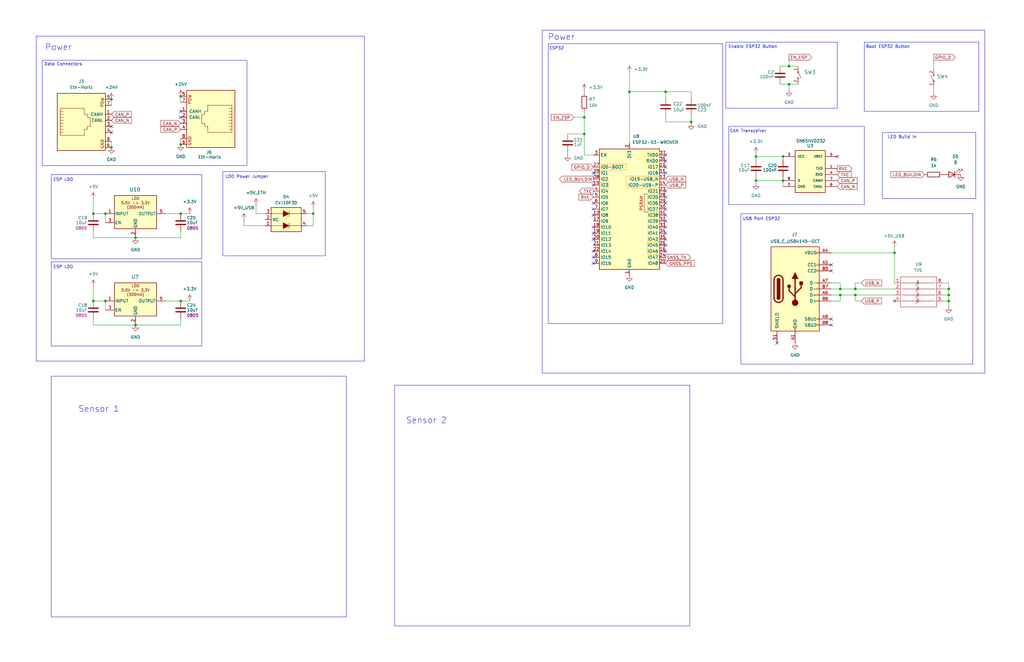
<source format=kicad_sch>
(kicad_sch (version 20250114) (generator "eeschema") (generator_version "9.0")
  (paper "User" 431.8 279.4)
  (title_block (title "${PROJECTNAME}") (date "2025-02-08") (rev "${REVISION}") (company "${GROUP_NAME}") (comment 1 "${AUTHOR}"))
  (lib_symbols
    (symbol "RoverLibrary:C-100nF" (pin_numbers (hide yes)) (pin_names (offset 0.254))
      (property "Reference" "C" (at -2.54 1.27 0))
      (property "Value" "100nF" (at -2.54 -0.635 0))
      (symbol "C-100nF_1_1"
        (pin passive line (at 0 3.81 270) (length 2.794) (name "~") (number "1"))
        (pin passive line (at 0 -3.81 90) (length 2.794) (name "~") (number "2"))
      )
    )
    (symbol "RoverLibrary:C-1uF" (pin_numbers (hide yes)) (pin_names (offset 0.254))
      (property "Reference" "C" (at -2.54 1.27 0))
      (property "Value" "1uF" (at -2.54 -0.635 0))
      (symbol "C-1uF_1_1"
        (pin passive line (at 0 3.81 270) (length 2.794) (name "~") (number "1"))
        (pin passive line (at 0 -3.81 90) (length 2.794) (name "~") (number "2"))
      )
    )
    (symbol "RoverLibrary:C-22uF" (pin_numbers (hide yes)) (pin_names (offset 0.254))
      (property "Reference" "C" (at 0.635 2.54 0))
      (property "Value" "22uF" (at 0.635 -2.54 0))
      (symbol "C-22uF_1_1"
        (pin passive line (at 0 3.81 270) (length 2.794) (name "~") (number "1"))
        (pin passive line (at 0 -3.81 90) (length 2.794) (name "~") (number "2"))
      )
    )
    (symbol "RoverLibrary:CAN-Transceiver-SN65HVD232" (pin_names (offset 1.016))
      (property "Reference" "U" (at 0 7.62 0))
      (property "Value" "SN65HVD232" (at 0 8.89 0))
      (property "STATUS" "APPROVED" (at -0.254 11.43 0))
      (symbol "CAN-Transceiver-SN65HVD232_0_0"
        (pin power_in line (at -11.43 3.81 0) (length 5.08) (name "VCC") (number "3"))
        (pin input line (at -11.43 -6.35 0) (length 5.08) (name "S") (number "8"))
        (pin power_in line (at -11.43 -8.89 0) (length 5.08) (name "GND") (number "2"))
        (pin output line (at 11.43 3.81 180) (length 5.08) (name "VREF") (number "5"))
        (pin input line (at 11.43 -1.27 180) (length 5.08) (name "TXD") (number "1"))
        (pin output line (at 11.43 -3.81 180) (length 5.08) (name "RXD") (number "4"))
        (pin bidirectional line (at 11.43 -6.35 180) (length 5.08) (name "CANH") (number "7"))
        (pin bidirectional line (at 11.43 -8.89 180) (length 5.08) (name "CANL") (number "6"))
      )
    )
    (symbol "RoverLibrary:C_0805" (pin_numbers (hide yes)) (pin_names (offset 0.254))
      (property "Reference" "C" (at 2.54 2.032 0))
      (property "Value" "~" (at 2.54 0 0))
      (property "Package" "0805" (at 2.54 -2.286 0))
      (symbol "C_0805_1_1"
        (pin passive line (at 0 3.81 270) (length 2.794) (name "~") (number "1"))
        (pin passive line (at 0 -3.81 90) (length 2.794) (name "~") (number "2"))
      )
    )
    (symbol "RoverLibrary:DC_DC-AP64501"
      (property "Reference" "U" (at 0 -0.762 0))
      (property "Value" "DC_DC-AP64501" (at 0 -2.794 0))
      (property "STATUS" "APPROVED" (at 0 1.016 0))
      (symbol "DC_DC-AP64501_1_1"
        (pin power_in line (at -11.43 -6.35 0) (length 2.54) (name "V_{in}") (number "2"))
        (pin input line (at -11.43 -8.89 0) (length 2.54) (name "EN") (number "3"))
        (pin passive line (at -11.43 -13.97 0) (length 2.54) (name "SS") (number "4"))
        (pin passive line (at 11.43 -6.35 180) (length 2.54) (name "BST") (number "1"))
        (pin power_out line (at 11.43 -13.97 180) (length 2.54) (name "SW") (number "8"))
        (pin input line (at 11.43 -21.59 180) (length 2.54) (name "FB") (number "5"))
        (pin passive line (at 11.43 -24.13 180) (length 2.54) (name "COMB") (number "6"))
        (pin power_in line (at 11.43 -27.94 180) (length 2.54) (name "GND") (number "7"))
        (pin power_in line (at 11.43 -30.48 180) (length 2.54) (name "PAD") (number "9"))
      )
    )
    (symbol "RoverLibrary:Diode_Schottchy_CVJ10F30"
      (property "Reference" "D" (at 0 2.032 0))
      (property "Value" "CVJ10F30" (at 0 0 0))
      (property "Status" "TO BE VERIFIED" (at 0 4.064 0))
      (symbol "Diode_Schottchy_CVJ10F30_1_1"
        (pin passive line (at -8.89 -3.81 0) (length 2.54) (name "") (number "3"))
        (pin passive line (at -8.89 -6.35 0) (length 2.54) (name "NC") (number "2"))
        (pin passive line (at -8.89 -8.89 0) (length 2.54) (name "") (number "1"))
        (pin passive line (at 8.89 -3.81 180) (length 2.54) (name "") (number "5"))
        (pin passive line (at 8.89 -8.89 180) (length 2.54) (name "") (number "4"))
      )
    )
    (symbol "RoverLibrary:ESP32-S3-WROVER"
      (property "Reference" "U" (at -12.7 26.67 0))
      (property "Value" "ESP32-S3-WROVER" (at 12.7 26.67 0))
      (property "STATUS" "TO BE VERIFIED" (at -12.446 28.956 0))
      (symbol "ESP32-S3-WROVER_0_0"
        (text "PSRAM" (at 5.08 2.54 900) (effects (font (size 1.27 1.27))))
      )
      (symbol "ESP32-S3-WROVER_1_1"
        (pin input line (at -15.24 22.86 0) (length 2.54) (name "EN") (number "3"))
        (pin bidirectional line (at -15.24 17.78 0) (length 2.54) (name "IO0-BOOT") (number "27"))
        (pin bidirectional line (at -15.24 15.24 0) (length 2.54) (name "IO1") (number "39"))
        (pin bidirectional line (at -15.24 12.7 0) (length 2.54) (name "IO2") (number "38"))
        (pin bidirectional line (at -15.24 10.16 0) (length 2.54) (name "IO3") (number "15"))
        (pin bidirectional line (at -15.24 7.62 0) (length 2.54) (name "IO4") (number "4"))
        (pin bidirectional line (at -15.24 5.08 0) (length 2.54) (name "IO5") (number "5"))
        (pin bidirectional line (at -15.24 2.54 0) (length 2.54) (name "IO6") (number "6"))
        (pin bidirectional line (at -15.24 0 0) (length 2.54) (name "IO7") (number "7"))
        (pin bidirectional line (at -15.24 -2.54 0) (length 2.54) (name "IO8") (number "12"))
        (pin bidirectional line (at -15.24 -5.08 0) (length 2.54) (name "IO9") (number "17"))
        (pin bidirectional line (at -15.24 -7.62 0) (length 2.54) (name "IO10") (number "18"))
        (pin bidirectional line (at -15.24 -10.16 0) (length 2.54) (name "IO11") (number "19"))
        (pin bidirectional line (at -15.24 -12.7 0) (length 2.54) (name "IO12") (number "20"))
        (pin bidirectional line (at -15.24 -15.24 0) (length 2.54) (name "IO13") (number "21"))
        (pin bidirectional line (at -15.24 -17.78 0) (length 2.54) (name "IO14") (number "22"))
        (pin bidirectional line (at -15.24 -20.32 0) (length 2.54) (name "IO15") (number "8"))
        (pin bidirectional line (at -15.24 -22.86 0) (length 2.54) (name "IO16") (number "9"))
        (pin power_in line (at 0 27.94 270) (length 2.54) (name "3V3") (number "2"))
        (pin power_in line (at 0 -27.94 90) (length 2.54) (name "GND") (number "1"))
        (pin passive line (at 0 -27.94 90) (length 2.54) (hide yes) (name "GND") (number "40"))
        (pin passive line (at 0 -27.94 90) (length 2.54) (hide yes) (name "GND") (number "41"))
        (pin bidirectional line (at 15.24 22.86 180) (length 2.54) (name "TXD0") (number "37"))
        (pin bidirectional line (at 15.24 20.32 180) (length 2.54) (name "RXD0") (number "36"))
        (pin bidirectional line (at 15.24 17.78 180) (length 2.54) (name "IO17") (number "10"))
        (pin bidirectional line (at 15.24 15.24 180) (length 2.54) (name "IO18") (number "11"))
        (pin bidirectional line (at 15.24 12.7 180) (length 2.54) (name "IO19-USB_N") (number "13"))
        (pin bidirectional line (at 15.24 10.16 180) (length 2.54) (name "IO20-USB-P") (number "14"))
        (pin bidirectional line (at 15.24 7.62 180) (length 2.54) (name "IO21") (number "23"))
        (pin bidirectional line (at 15.24 5.08 180) (length 2.54) (name "IO35") (number "28"))
        (pin bidirectional line (at 15.24 2.54 180) (length 2.54) (name "IO36") (number "29"))
        (pin bidirectional line (at 15.24 0 180) (length 2.54) (name "IO37") (number "30"))
        (pin bidirectional line (at 15.24 -2.54 180) (length 2.54) (name "IO38") (number "31"))
        (pin bidirectional line (at 15.24 -5.08 180) (length 2.54) (name "IO39") (number "32"))
        (pin bidirectional line (at 15.24 -7.62 180) (length 2.54) (name "IO40") (number "33"))
        (pin bidirectional line (at 15.24 -10.16 180) (length 2.54) (name "IO41") (number "34"))
        (pin bidirectional line (at 15.24 -12.7 180) (length 2.54) (name "IO42") (number "35"))
        (pin bidirectional line (at 15.24 -15.24 180) (length 2.54) (name "IO45") (number "26"))
        (pin bidirectional line (at 15.24 -17.78 180) (length 2.54) (name "IO46") (number "16"))
        (pin bidirectional line (at 15.24 -20.32 180) (length 2.54) (name "IO47") (number "24"))
        (pin bidirectional line (at 15.24 -22.86 180) (length 2.54) (name "IO48") (number "25"))
      )
    )
    (symbol "RoverLibrary:Eth-Horiz-54601-908WPLF" (pin_names (offset 1.016))
      (property "Reference" "J" (at -5.08 13.97 0))
      (property "Value" "Eth-Horiz" (at 2.54 13.97 0))
      (property "STATUS" "APPROVED" (at -4.826 16.002 0))
      (symbol "Eth-Horiz-54601-908WPLF_1_1"
        (text "POW" (at 6.35 8.89 900) (effects (font (size 1.27 1.27))))
        (text "GND" (at 6.35 -8.636 900) (effects (font (size 1.27 1.27))))
        (pin passive line (at 10.16 10.16 180) (length 2.54) (name "~") (number "5"))
        (pin passive line (at 10.16 7.62 180) (length 2.54) (name "~") (number "7"))
        (pin passive line (at 10.16 3.81 180) (length 2.54) (name "CANH") (number "1"))
        (pin passive line (at 10.16 1.27 180) (length 2.54) (name "CANL") (number "2"))
        (pin passive line (at 10.16 -1.27 180) (length 2.54) (name "~") (number "3"))
        (pin passive line (at 10.16 -3.81 180) (length 2.54) (name "~") (number "4"))
        (pin passive line (at 10.16 -7.62 180) (length 2.54) (name "~") (number "8"))
        (pin passive line (at 10.16 -10.16 180) (length 2.54) (name "~") (number "6"))
      )
    )
    (symbol "RoverLibrary:LDO-TLV74033PDBVR" (pin_names (offset 0.254))
      (property "Reference" "U" (at 0 1.27 0))
      (property "STATUS" "TO BE APPROVED" (at 0 3.048 0))
      (symbol "LDO-TLV74033PDBVR_1_1"
        (text "LDO\n5.5V -> 3.3V\n(300mA)" (at 0 -3.048 0) (effects (font (size 1.143 1.143))))
        (pin power_in line (at -12.7 -7.62 0) (length 3.81) (name "INPUT") (number "1"))
        (pin input line (at -12.7 -11.43 0) (length 3.81) (name "EN") (number "3"))
        (pin power_in line (at 0 -17.78 90) (length 3.81) (name "GND") (number "2"))
        (pin power_out line (at 12.7 -7.62 180) (length 3.81) (name "OUTPUT") (number "5"))
        (pin no_connect line (at 12.7 -11.43 180) (length 3.81) (hide yes) (name "NC") (number "4"))
      )
    )
    (symbol "RoverLibrary:LED" (pin_numbers (hide yes)) (pin_names (offset 1.016) (hide yes))
      (property "Reference" "D" (at 0 2.54 0))
      (property "Value" "LED" (at 0 -2.54 0))
      (symbol "LED_1_1"
        (pin passive line (at -3.81 0 0) (length 2.54) (name "K") (number "1"))
        (pin passive line (at 3.81 0 180) (length 2.54) (name "A") (number "2"))
      )
    )
    (symbol "RoverLibrary:L_3.6u_ASPI-6045S-3R6N-T" (pin_numbers (hide yes)) (pin_names (offset 1.016) (hide yes))
      (property "Reference" "L" (at -1.27 0 90))
      (property "Value" "~" (at 1.905 0 90))
      (property "STATUS" "TO BE VERIFIED" (at -3.81 0 90))
      (property "Digikey" "https://www.digikey.ca/en/products/detail/abracon-llc/ASPI-6045S-3R6N-T/2343383" (at 0 0 0))
      (symbol "L_3.6u_ASPI-6045S-3R6N-T_1_1"
        (pin passive line (at 0 3.81 270) (length 1.27) (name "1") (number "1"))
        (pin passive line (at 0 -3.81 90) (length 1.27) (name "2") (number "2"))
      )
    )
    (symbol "RoverLibrary:PushButton-TS09-63-25-WT-160-SMT-TR" (pin_names (offset 0.254))
      (property "Reference" "SW" (at 0 3.81 0))
      (property "STATUS" "APPROVED" (at 0 0 0))
      (symbol "PushButton-TS09-63-25-WT-160-SMT-TR_1_1"
        (pin bidirectional line (at -3.81 0 0) (length 2.54) (name "") (number "1"))
        (pin bidirectional line (at 3.81 0 180) (length 2.54) (name "") (number "2"))
      )
    )
    (symbol "RoverLibrary:R-10k" (pin_numbers (hide yes)) (pin_names (offset 0))
      (property "Reference" "R" (at 2.032 0 90))
      (property "Value" "10k" (at 0 0 90))
      (symbol "R-10k_1_1"
        (pin passive line (at 0 3.81 270) (length 1.27) (name "~") (number "1"))
        (pin passive line (at 0 -3.81 90) (length 1.27) (name "~") (number "2"))
      )
    )
    (symbol "RoverLibrary:R-1k" (pin_numbers (hide yes)) (pin_names (offset 0))
      (property "Reference" "R" (at 2.032 0 90))
      (property "Value" "1k" (at 0 0 90))
      (symbol "R-1k_1_1"
        (pin passive line (at 0 3.81 270) (length 1.27) (name "~") (number "1"))
        (pin passive line (at 0 -3.81 90) (length 1.27) (name "~") (number "2"))
      )
    )
    (symbol "RoverLibrary:R_0805" (pin_numbers (hide yes)) (pin_names (offset 0))
      (property "Reference" "R" (at 2.032 0 90))
      (property "Value" "k" (at 0 0 90))
      (property "Package" "0805" (at -2.286 0 90))
      (symbol "R_0805_1_1"
        (pin passive line (at 0 3.81 270) (length 1.27) (name "~") (number "1"))
        (pin passive line (at 0 -3.81 90) (length 1.27) (name "~") (number "2"))
      )
    )
    (symbol "RoverLibrary:TVS-SMDB03CE3/TR7TR-ND"
      (property "Reference" "U" (at 0 1.27 0))
      (property "Value" "TVS" (at 0 0 0))
      (property "STATYS" "APPROVED" (at 0 2.794 0))
      (symbol "TVS-SMDB03CE3/TR7TR-ND_1_1"
        (pin passive line (at -10.16 -3.81 0) (length 2.54) (name "") (number "1"))
        (pin passive line (at -10.16 -6.35 0) (length 2.54) (name "") (number "2"))
        (pin passive line (at -10.16 -8.89 0) (length 2.54) (name "") (number "3"))
        (pin passive line (at -10.16 -11.43 0) (length 2.54) (name "") (number "4"))
        (pin passive line (at 10.16 -3.81 180) (length 2.54) (name "") (number "8"))
        (pin passive line (at 10.16 -6.35 180) (length 2.54) (name "") (number "7"))
        (pin passive line (at 10.16 -8.89 180) (length 2.54) (name "") (number "6"))
        (pin passive line (at 10.16 -11.43 180) (length 2.54) (name "") (number "5"))
      )
    )
    (symbol "RoverLibrary:USB_C_USB4145-03-C" (pin_names (offset 1.016))
      (property "Reference" "J" (at 0 22.225 0))
      (property "Value" "USB_C_USB4145-GCT" (at 0 19.685 0))
      (property "STATUS" "TO BE APPROVED" (at 0 24.13 0))
      (symbol "USB_C_USB4145-03-C_1_1"
        (pin power_in line (at -7.62 -22.86 90) (length 5.08) (name "SHIELD") (number "S1"))
        (pin power_out line (at 0 -22.86 90) (length 5.08) (name "GND") (number "A1"))
        (pin power_in line (at 0 -22.86 90) (length 5.08) (hide yes) (name "GND") (number "A12"))
        (pin power_in line (at 0 -22.86 90) (length 5.08) (hide yes) (name "GND") (number "B1"))
        (pin power_in line (at 0 -22.86 90) (length 5.08) (hide yes) (name "GND") (number "B12"))
        (pin power_out line (at 15.24 15.24 180) (length 5.08) (name "VBUS") (number "A4"))
        (pin power_in line (at 15.24 15.24 180) (length 5.08) (hide yes) (name "VBUS") (number "A9"))
        (pin power_in line (at 15.24 15.24 180) (length 5.08) (hide yes) (name "VBUS") (number "B4"))
        (pin power_in line (at 15.24 15.24 180) (length 5.08) (hide yes) (name "VBUS") (number "B9"))
        (pin bidirectional line (at 15.24 10.16 180) (length 5.08) (name "CC1") (number "A5"))
        (pin bidirectional line (at 15.24 7.62 180) (length 5.08) (name "CC2") (number "B5"))
        (pin bidirectional line (at 15.24 2.54 180) (length 5.08) (name "D-") (number "A7"))
        (pin bidirectional line (at 15.24 0 180) (length 5.08) (name "D-") (number "B7"))
        (pin bidirectional line (at 15.24 -2.54 180) (length 5.08) (name "D+") (number "A6"))
        (pin bidirectional line (at 15.24 -5.08 180) (length 5.08) (name "D+") (number "B6"))
        (pin bidirectional line (at 15.24 -12.7 180) (length 5.08) (name "SBU1") (number "A8"))
        (pin bidirectional line (at 15.24 -15.24 180) (length 5.08) (name "SBU2") (number "B8"))
      )
    )
    (symbol "power:+24V" (power) (pin_numbers (hide yes)) (pin_names (offset 0) (hide yes))
      (property "Value" "+24V" (at 0 3.556 0))
      (symbol "+24V_1_1"
        (pin power_in line (at 0 0 90) (length 0) (name "~") (number "1"))
      )
    )
    (symbol "power:+3.3V" (power) (pin_numbers (hide yes)) (pin_names (offset 0) (hide yes))
      (property "Value" "+3.3V" (at 0 3.556 0))
      (symbol "+3.3V_1_1"
        (pin power_in line (at 0 0 90) (length 0) (name "~") (number "1"))
      )
    )
    (symbol "power:+5V" (power) (pin_numbers (hide yes)) (pin_names (offset 0) (hide yes))
      (property "Value" "+5V" (at 0 3.556 0))
      (symbol "+5V_1_1"
        (pin power_in line (at 0 0 90) (length 0) (name "~") (number "1"))
      )
    )
    (symbol "power:GND" (power) (pin_numbers (hide yes)) (pin_names (offset 0) (hide yes))
      (property "Value" "GND" (at 0 -3.81 0))
      (symbol "GND_1_1"
        (pin power_in line (at 0 0 270) (length 0) (name "~") (number "1"))
      )
    )
  )
  (rectangle (start 332.74 35.56) (end 332.74 35.56))
  (rectangle (start 21.59 110.49) (end 85.09 146.05))
  (rectangle (start 21.59 158.75) (end 146.05 260.35))
  (rectangle (start 306.07 17.78) (end 353.06 45.72))
  (rectangle (start 21.59 73.66) (end 85.09 109.22))
  (bezier (pts (xy -17.78 96.52) (xy -87.63 130.81) (xy -80.01 139.7) (xy -127 152.4)))
  (rectangle (start 228.6 12.7) (end 415.29 157.48))
  (rectangle (start 231.14 18.415) (end 304.8 136.525))
  (rectangle (start 166.37 162.56) (end 290.83 264.16))
  (rectangle (start 93.98 72.39) (end 137.16 107.95))
  (rectangle (start -124.46 96.52) (end -17.78 151.13))
  (rectangle (start 364.49 17.78) (end 412.75 46.99))
  (rectangle (start 17.78 25.4) (end 104.14 69.85))
  (rectangle (start 372.11 55.88) (end 411.48 83.82))
  (bezier (pts (xy -16.51 149.86) (xy -121.92 99.06) (xy -99.06 109.22) (xy -124.46 97.79)))
  (rectangle (start 307.34 53.34) (end 364.49 86.36))
  (rectangle (start 312.42 90.17) (end 410.21 153.67))
  (rectangle (start 15.24 15.24) (end 153.67 152.4))
  (text "Power" (at 24.638 20.066 0) (effects (font (size 2.54 2.54))))
  (text "LED Build In" (at 380.492 57.912 0) (effects (font (size 1.27 1.27))))
  (text "LDO Power Jumper" (at 104.14 74.676 0) (effects (font (size 1.27 1.27))))
  (text "Sensor 1" (at 41.656 172.72 0) (effects (font (size 2.54 2.54))))
  (text "Data Connectors" (at 26.67 27.178 0) (effects (font (size 1.27 1.27))))
  (text "Boot ESP32 Button" (at 374.396 19.812 0) (effects (font (size 1.27 1.27))))
  (text "USB Port ESP32" (at 321.056 92.456 0) (effects (font (size 1.27 1.27))))
  (text "->3x22uF\n" (at -23.368 123.952 0) (effects (font (size 1.27 1.27))))
  (text "Enable ESP32 Button" (at 317.5 19.812 0) (effects (font (size 1.27 1.27))))
  (text "CAN Transceiver" (at 315.468 55.372 0) (effects (font (size 1.27 1.27))))
  (text "ESP LDO" (at 26.67 112.776 0) (effects (font (size 1.27 1.27))))
  (text "BUCK SI LDO PAS ASSEZ PUISSANT" (at -104.902 99.06 0) (effects (font (size 1.27 1.27))))
  (text "ESP LDO" (at 26.67 75.946 0) (effects (font (size 1.27 1.27))))
  (text "Power" (at 236.728 15.748 0) (effects (font (size 2.54 2.54))))
  (text "Sensor 2" (at 179.832 177.546 0) (effects (font (size 2.54 2.54))))
  (text "ESP32" (at 234.696 20.447 0) (effects (font (size 1.27 1.27))))
  (junction (at 76.2 127))
  (junction (at -35.56 129.54))
  (junction (at 44.45 127))
  (junction (at 246.38 56.515))
  (junction (at 400.05 124.46))
  (junction (at -43.18 118.11))
  (junction (at 332.74 35.56))
  (junction (at -68.58 118.11))
  (junction (at 332.74 27.94))
  (junction (at 330.2 76.2))
  (junction (at 39.37 127))
  (junction (at -97.79 110.49))
  (junction (at 377.19 106.68))
  (junction (at 360.68 121.92))
  (junction (at 280.67 38.735))
  (junction (at 291.465 51.435))
  (junction (at 400.05 127))
  (junction (at 76.2 60.96))
  (junction (at -35.56 121.92))
  (junction (at 46.99 41.91))
  (junction (at 318.77 66.04))
  (junction (at 57.15 137.16))
  (junction (at 76.2 40.64))
  (junction (at -43.18 125.73))
  (junction (at -35.56 118.11))
  (junction (at 246.38 49.53))
  (junction (at 318.77 76.2))
  (junction (at 265.43 38.735))
  (junction (at 354.33 121.92))
  (junction (at 354.33 124.46))
  (junction (at 400.05 121.92))
  (junction (at 46.99 62.23))
  (junction (at 39.37 90.17))
  (junction (at 57.15 100.33))
  (junction (at -115.57 110.49))
  (junction (at 44.45 90.17))
  (junction (at -71.12 134.62))
  (junction (at 330.2 66.04))
  (junction (at 360.68 124.46))
  (junction (at 76.2 90.17))
  (junction (at 132.08 90.17))
  (no_connect (at 250.19 108.585))
  (no_connect (at 377.19 127))
  (no_connect (at 250.19 90.805))
  (no_connect (at 280.67 93.345))
  (no_connect (at 280.67 90.805))
  (no_connect (at 280.67 95.885))
  (no_connect (at 280.67 67.945))
  (no_connect (at 250.19 88.265))
  (no_connect (at 250.19 98.425))
  (no_connect (at 350.52 114.3))
  (no_connect (at 350.52 134.62))
  (no_connect (at 350.52 111.76))
  (no_connect (at 250.19 100.965))
  (no_connect (at 280.67 70.485))
  (no_connect (at 280.67 88.265))
  (no_connect (at 280.67 65.405))
  (no_connect (at 76.2 49.53))
  (no_connect (at 280.67 103.505))
  (no_connect (at 46.99 55.88))
  (no_connect (at 250.19 85.725))
  (no_connect (at 76.2 46.99))
  (no_connect (at 280.67 98.425))
  (no_connect (at 250.19 111.125))
  (no_connect (at 250.19 106.045))
  (no_connect (at 280.67 80.645))
  (no_connect (at 46.99 53.34))
  (no_connect (at 327.66 144.78))
  (no_connect (at 280.67 83.185))
  (no_connect (at 250.19 73.025))
  (no_connect (at 350.52 137.16))
  (no_connect (at 280.67 106.045))
  (no_connect (at 280.67 100.965))
  (no_connect (at 353.06 66.04))
  (no_connect (at 250.19 95.885))
  (no_connect (at 250.19 78.105))
  (no_connect (at 280.67 85.725))
  (no_connect (at 280.67 73.025))
  (wire (pts (xy 350.52 106.68) (xy 377.19 106.68)))
  (wire (pts (xy 360.68 127) (xy 363.22 127)))
  (wire (pts (xy 360.68 124.46) (xy 360.68 127)))
  (wire (pts (xy 107.95 86.36) (xy 107.95 90.17)))
  (wire (pts (xy 400.05 124.46) (xy 400.05 127)))
  (wire (pts (xy 76.2 58.42) (xy 76.2 60.96)))
  (wire (pts (xy 397.51 124.46) (xy 400.05 124.46)))
  (wire (pts (xy -71.12 132.08) (xy -71.12 134.62)))
  (wire (pts (xy 129.54 90.17) (xy 132.08 90.17)))
  (wire (pts (xy 76.2 134.62) (xy 76.2 137.16)))
  (wire (pts (xy -72.39 134.62) (xy -71.12 134.62)))
  (wire (pts (xy 241.935 49.53) (xy 246.38 49.53)))
  (wire (pts (xy 76.2 90.17) (xy 80.01 90.17)))
  (wire (pts (xy 393.7 24.13) (xy 393.7 29.21)))
  (wire (pts (xy -115.57 129.54) (xy -115.57 130.81)))
  (wire (pts (xy 350.52 124.46) (xy 354.33 124.46)))
  (wire (pts (xy 330.2 74.93) (xy 330.2 76.2)))
  (wire (pts (xy 39.37 83.82) (xy 39.37 90.17)))
  (wire (pts (xy 39.37 120.65) (xy 39.37 127)))
  (wire (pts (xy 397.51 121.92) (xy 400.05 121.92)))
  (wire (pts (xy -68.58 118.11) (xy -58.42 118.11)))
  (wire (pts (xy 246.38 56.515) (xy 246.38 65.405)))
  (wire (pts (xy 332.74 27.94) (xy 336.55 27.94)))
  (wire (pts (xy 265.43 38.735) (xy 265.43 60.325)))
  (wire (pts (xy 377.19 104.14) (xy 377.19 106.68)))
  (wire (pts (xy 39.37 134.62) (xy 39.37 137.16)))
  (wire (pts (xy -35.56 118.11) (xy -31.75 118.11)))
  (wire (pts (xy 102.87 95.25) (xy 111.76 95.25)))
  (wire (pts (xy 69.85 127) (xy 76.2 127)))
  (wire (pts (xy 354.33 124.46) (xy 360.68 124.46)))
  (wire (pts (xy 280.67 41.275) (xy 280.67 38.735)))
  (wire (pts (xy 330.2 76.2) (xy 318.77 76.2)))
  (wire (pts (xy 46.99 41.91) (xy 46.99 44.45)))
  (wire (pts (xy 328.93 27.94) (xy 332.74 27.94)))
  (wire (pts (xy 132.08 90.17) (xy 132.08 95.25)))
  (wire (pts (xy 76.2 40.64) (xy 76.2 43.18)))
  (wire (pts (xy 291.465 52.07) (xy 291.465 51.435)))
  (wire (pts (xy 360.68 119.38) (xy 363.22 119.38)))
  (wire (pts (xy -43.18 125.73) (xy -43.18 128.27)))
  (wire (pts (xy 397.51 127) (xy 400.05 127)))
  (wire (pts (xy 280.67 38.735) (xy 291.465 38.735)))
  (wire (pts (xy -72.39 118.11) (xy -68.58 118.11)))
  (wire (pts (xy -115.57 110.49) (xy -115.57 121.92)))
  (wire (pts (xy -72.39 128.27) (xy -62.23 128.27)))
  (wire (pts (xy 354.33 124.46) (xy 354.33 127)))
  (wire (pts (xy -43.18 118.11) (xy -35.56 118.11)))
  (wire (pts (xy -43.18 135.89) (xy -43.18 137.16)))
  (wire (pts (xy 332.74 35.56) (xy 336.55 35.56)))
  (wire (pts (xy -115.57 110.49) (xy -97.79 110.49)))
  (wire (pts (xy -71.12 134.62) (xy -71.12 135.89)))
  (wire (pts (xy 291.465 51.435) (xy 291.465 48.895)))
  (wire (pts (xy 44.45 90.17) (xy 44.45 93.98)))
  (wire (pts (xy -119.38 107.95) (xy -119.38 110.49)))
  (wire (pts (xy -97.79 110.49) (xy -97.79 113.03)))
  (wire (pts (xy 318.77 64.77) (xy 318.77 66.04)))
  (wire (pts (xy 360.68 124.46) (xy 377.19 124.46)))
  (wire (pts (xy 318.77 76.2) (xy 318.77 77.47)))
  (wire (pts (xy -50.8 118.11) (xy -43.18 118.11)))
  (wire (pts (xy -35.56 118.11) (xy -35.56 121.92)))
  (wire (pts (xy 76.2 97.79) (xy 76.2 100.33)))
  (wire (pts (xy 265.43 38.735) (xy 280.67 38.735)))
  (wire (pts (xy 129.54 95.25) (xy 132.08 95.25)))
  (wire (pts (xy 57.15 100.33) (xy 76.2 100.33)))
  (wire (pts (xy 332.74 24.13) (xy 332.74 27.94)))
  (wire (pts (xy 39.37 90.17) (xy 44.45 90.17)))
  (wire (pts (xy 318.77 74.93) (xy 318.77 76.2)))
  (wire (pts (xy -95.25 113.03) (xy -97.79 113.03)))
  (wire (pts (xy 39.37 137.16) (xy 57.15 137.16)))
  (wire (pts (xy 400.05 121.92) (xy 400.05 124.46)))
  (wire (pts (xy 318.77 66.04) (xy 318.77 67.31)))
  (wire (pts (xy -104.14 129.54) (xy -104.14 130.81)))
  (wire (pts (xy 360.68 121.92) (xy 377.19 121.92)))
  (wire (pts (xy -104.14 118.11) (xy -104.14 121.92)))
  (wire (pts (xy 57.15 137.16) (xy 76.2 137.16)))
  (wire (pts (xy 397.51 119.38) (xy 400.05 119.38)))
  (wire (pts (xy 330.2 66.04) (xy 318.77 66.04)))
  (wire (pts (xy -104.14 118.11) (xy -95.25 118.11)))
  (wire (pts (xy 132.08 87.63) (xy 132.08 90.17)))
  (wire (pts (xy -31.75 114.3) (xy -31.75 118.11)))
  (wire (pts (xy 76.2 127) (xy 80.01 127)))
  (wire (pts (xy 280.67 51.435) (xy 291.465 51.435)))
  (wire (pts (xy 39.37 97.79) (xy 39.37 100.33)))
  (wire (pts (xy 39.37 100.33) (xy 57.15 100.33)))
  (wire (pts (xy -72.39 110.49) (xy -68.58 110.49)))
  (wire (pts (xy -72.39 125.73) (xy -43.18 125.73)))
  (wire (pts (xy 328.93 35.56) (xy 332.74 35.56)))
  (wire (pts (xy 354.33 121.92) (xy 360.68 121.92)))
  (wire (pts (xy 360.68 121.92) (xy 360.68 119.38)))
  (wire (pts (xy 44.45 127) (xy 44.45 130.81)))
  (wire (pts (xy 350.52 121.92) (xy 354.33 121.92)))
  (wire (pts (xy 246.38 38.1) (xy 246.38 39.37)))
  (wire (pts (xy 280.67 48.895) (xy 280.67 51.435)))
  (wire (pts (xy -35.56 129.54) (xy -35.56 137.16)))
  (wire (pts (xy 291.465 38.735) (xy 291.465 41.275)))
  (wire (pts (xy 246.38 49.53) (xy 246.38 56.515)))
  (wire (pts (xy -97.79 110.49) (xy -95.25 110.49)))
  (wire (pts (xy 400.05 127) (xy 400.05 129.54)))
  (wire (pts (xy 393.7 36.83) (xy 393.7 39.37)))
  (wire (pts (xy 350.52 127) (xy 354.33 127)))
  (wire (pts (xy 330.2 66.04) (xy 330.2 67.31)))
  (wire (pts (xy 69.85 90.17) (xy 76.2 90.17)))
  (wire (pts (xy 39.37 127) (xy 44.45 127)))
  (wire (pts (xy 239.395 64.135) (xy 239.395 65.405)))
  (wire (pts (xy 107.95 90.17) (xy 111.76 90.17)))
  (wire (pts (xy 239.395 56.515) (xy 246.38 56.515)))
  (wire (pts (xy 246.38 65.405) (xy 250.19 65.405)))
  (wire (pts (xy -72.39 132.08) (xy -71.12 132.08)))
  (wire (pts (xy 265.43 30.48) (xy 265.43 38.735)))
  (wire (pts (xy 354.33 119.38) (xy 354.33 121.92)))
  (wire (pts (xy 350.52 119.38) (xy 354.33 119.38)))
  (wire (pts (xy 102.87 92.71) (xy 102.87 95.25)))
  (wire (pts (xy 46.99 59.69) (xy 46.99 62.23)))
  (wire (pts (xy 330.2 76.2) (xy 330.2 78.74)))
  (wire (pts (xy 377.19 106.68) (xy 377.19 119.38)))
  (wire (pts (xy 332.74 35.56) (xy 332.74 38.1)))
  (wire (pts (xy 246.38 49.53) (xy 246.38 46.99)))
  (wire (pts (xy -119.38 110.49) (xy -115.57 110.49)))
  (wire (pts (xy 400.05 119.38) (xy 400.05 121.92)))
  (global_label "CAN_P" (shape input) (at 46.99 48.26 0) (property "Intersheetrefs" "${INTERSHEET_REFS}" (effects (hide yes))))
  (global_label "USB_P" (shape input) (at 280.67 78.105 0) (property "Intersheetrefs" "${INTERSHEET_REFS}" (effects (hide yes))))
  (global_label "USB_P" (shape input) (at 363.22 127 0) (property "Intersheetrefs" "${INTERSHEET_REFS}" (effects (hide yes))))
  (global_label "GNSS_PPS" (shape input) (at 280.67 111.125 0) (property "Intersheetrefs" "${INTERSHEET_REFS}" (effects (hide yes))))
  (global_label "CAN_N" (shape input) (at 353.06 78.74 0) (property "Intersheetrefs" "${INTERSHEET_REFS}" (effects (hide yes))))
  (global_label "CAN_N" (shape input) (at 76.2 52.07 180) (property "Intersheetrefs" "${INTERSHEET_REFS}" (effects (hide yes))))
  (global_label "USB_N" (shape input) (at 280.67 75.565 0) (property "Intersheetrefs" "${INTERSHEET_REFS}" (effects (hide yes))))
  (global_label "TXC" (shape input) (at 353.06 73.66 0) (property "Intersheetrefs" "${INTERSHEET_REFS}" (effects (hide yes))))
  (global_label "LED_BUILDIN" (shape output) (at 250.19 75.565 180) (property "Intersheetrefs" "${INTERSHEET_REFS}" (effects (hide yes))))
  (global_label "LED_BUILDIN" (shape input) (at 389.89 73.66 180) (property "Intersheetrefs" "${INTERSHEET_REFS}" (effects (hide yes))))
  (global_label "CAN_N" (shape input) (at 46.99 50.8 0) (property "Intersheetrefs" "${INTERSHEET_REFS}" (effects (hide yes))))
  (global_label "USB_N" (shape input) (at 363.22 119.38 0) (property "Intersheetrefs" "${INTERSHEET_REFS}" (effects (hide yes))))
  (global_label "GPIO_0" (shape input) (at 250.19 70.485 180) (property "Intersheetrefs" "${INTERSHEET_REFS}" (effects (hide yes))))
  (global_label "RXC" (shape input) (at 250.19 83.185 180) (property "Intersheetrefs" "${INTERSHEET_REFS}" (effects (hide yes))))
  (global_label "EN_ESP" (shape output) (at 332.74 24.13 0) (property "Intersheetrefs" "${INTERSHEET_REFS}" (effects (hide yes))))
  (global_label "GPIO_0" (shape output) (at 393.7 24.13 0) (property "Intersheetrefs" "${INTERSHEET_REFS}" (effects (hide yes))))
  (global_label "EN_ESP" (shape input) (at 241.935 49.53 180) (property "Intersheetrefs" "${INTERSHEET_REFS}" (effects (hide yes))))
  (global_label "TXC" (shape output) (at 250.19 80.645 180) (property "Intersheetrefs" "${INTERSHEET_REFS}" (effects (hide yes))))
  (global_label "CAN_P" (shape input) (at 76.2 54.61 180) (property "Intersheetrefs" "${INTERSHEET_REFS}" (effects (hide yes))))
  (global_label "RXC" (shape output) (at 353.06 71.12 0) (property "Intersheetrefs" "${INTERSHEET_REFS}" (effects (hide yes))))
  (global_label "CAN_P" (shape input) (at 353.06 76.2 0) (property "Intersheetrefs" "${INTERSHEET_REFS}" (effects (hide yes))))
  (global_label "GNSS_TX" (shape output) (at 280.67 108.585 0) (property "Intersheetrefs" "${INTERSHEET_REFS}" (effects (hide yes))))
  (symbol (lib_id "power:GND") (at 332.74 38.1 0) (unit 1)
    (property "Reference" "#PWR050" (effects (hide yes)))
    (property "Value" "GND" (at 332.74 43.18 0))
    (property "Description" "Power symbol creates a global label with name \"GND\" , ground" (effects (hide yes)))
  )
  (symbol (lib_id "power:GND") (at 318.77 77.47 0) (unit 1)
    (property "Reference" "#PWR047" (effects (hide yes)))
    (property "Value" "GND" (at 318.77 82.55 0))
    (property "Description" "Power symbol creates a global label with name \"GND\" , ground" (effects (hide yes)))
  )
  (symbol (lib_id "power:GND") (at 57.15 137.16 0) (unit 1)
    (property "Reference" "#PWR055" (effects (hide yes)))
    (property "Value" "GND" (at 57.15 142.24 0))
    (property "Description" "Power symbol creates a global label with name \"GND\" , ground" (effects (hide yes)))
  )
  (symbol (lib_id "RoverLibrary:LDO-TLV74033PDBVR") (at 57.15 119.38 0) (unit 1)
    (property "Reference" "U7" (at 56.896 116.84 0) (effects (font (size 1.524 1.524))))
    (property "Value" "LDO-TLV74033PDBVR" (effects (hide yes)))
    (property "Footprint" "Package_TO_SOT_SMD:SOT-23-5_HandSoldering" (effects (hide yes)))
    (property "Datasheet" "https://mm.digikey.com/Volume0/opasdata/d220001/medias/docus/5334/TLV740P_DS.pdf" (effects (hide yes)))
    (property "Description" "LDO Fixed output 3.3V. Input range: 3.7V-5.5V. 300mA" (effects (hide yes)))
    (property "STATUS" "TO BE APPROVED" (effects (hide yes)))
    (property "Digikey" "https://www.digikey.ca/en/products/detail/texas-instruments/TLV74033PDBVR/12642183" (effects (hide yes)))
  )
  (symbol (lib_id "power:GND") (at 46.99 62.23 0) (unit 1)
    (property "Reference" "#PWR054" (effects (hide yes)))
    (property "Value" "GND" (at 46.99 67.31 0))
    (property "Description" "Power symbol creates a global label with name \"GND\" , ground" (effects (hide yes)))
  )
  (symbol (lib_id "power:+5V") (at 102.87 92.71 0) (unit 1)
    (property "Reference" "#PWR049" (effects (hide yes)))
    (property "Value" "+5V_USB" (at 102.87 87.63 0))
    (property "Description" "Power symbol creates a global label with name \"+5V\"" (effects (hide yes)))
  )
  (symbol (lib_id "RoverLibrary:C_0805") (at 76.2 93.98 0) (unit 1)
    (property "Reference" "C25" (at 78.74 91.948 0) (effects (justify left)))
    (property "Value" "10uF" (at 78.74 93.98 0) (effects (justify left)))
    (property "Footprint" "Capacitor_SMD:C_0805_2012Metric_Pad1.18x1.45mm_HandSolder" (effects (hide yes)))
    (property "Description" "Unpolarized capacitor" (effects (hide yes)))
    (property "Package" "0805" (at 78.74 96.266 0) (effects (justify left)))
  )
  (symbol (lib_id "RoverLibrary:C_0805") (at 76.2 130.81 0) (unit 1)
    (property "Reference" "C24" (at 78.74 128.778 0) (effects (justify left)))
    (property "Value" "10uF" (at 78.74 130.81 0) (effects (justify left)))
    (property "Footprint" "Capacitor_SMD:C_0805_2012Metric_Pad1.18x1.45mm_HandSolder" (effects (hide yes)))
    (property "Description" "Unpolarized capacitor" (effects (hide yes)))
    (property "Package" "0805" (at 78.74 133.096 0) (effects (justify left)))
  )
  (symbol (lib_id "power:GND") (at -71.12 135.89 0) (unit 1)
    (property "Reference" "#PWR075" (effects (hide yes)))
    (property "Value" "GND" (at -71.12 140.97 0))
    (property "Description" "Power symbol creates a global label with name \"GND\" , ground" (effects (hide yes)))
  )
  (symbol (lib_id "RoverLibrary:CAN-Transceiver-SN65HVD232") (at 341.63 69.85 0) (unit 1)
    (property "Reference" "U3" (at 341.63 62.23 0) (effects (justify bottom)))
    (property "Value" "SN65HVD232" (at 341.884 60.198 0) (effects (justify bottom)))
    (property "Footprint" "Package_SO:SOIC-8_3.9x4.9mm_P1.27mm" (effects (hide yes)))
    (property "Datasheet" "https://www.ti.com/lit/ds/symlink/sn65hvd230.pdf?ts=1730319703644&ref_url=https%253A%252F%252Fwww.ti.com%252Fproduct%252FSN65HVD230" (effects (hide yes)))
    (property "Description" "CAN Transceiver" (effects (hide yes)))
    (property "PARTREV" "4" (effects (hide yes)))
    (property "STANDARD" "IPC 7351B" (effects (hide yes)))
    (property "MAXIMUM_PACKAGE_HEIGHT" "1.75 mm" (effects (hide yes)))
    (property "MANUFACTURER" "NXP USA" (effects (hide yes)))
  )
  (symbol (lib_id "RoverLibrary:R_0805") (at -43.18 121.92 0) (unit 1)
    (property "Reference" "R9" (at -41.148 121.92 90))
    (property "Value" "115k" (at -43.18 121.92 90))
    (property "Footprint" "Resistor_SMD:R_0805_2012Metric_Pad1.20x1.40mm_HandSolder" (effects (hide yes)))
    (property "Description" "Resistor" (effects (hide yes)))
    (property "Package" "0805" (at -45.466 121.92 90))
  )
  (symbol (lib_id "power:+3.3V") (at 265.43 30.48 0) (unit 1)
    (property "Reference" "#PWR063" (effects (hide yes)))
    (property "Value" "+3.3V" (at 267.335 29.2099 0) (effects (justify left)))
    (property "Description" "Power symbol creates a global label with name \"+3.3V\"" (effects (hide yes)))
  )
  (symbol (lib_id "RoverLibrary:C-22uF") (at 280.67 45.085 0) (unit 1)
    (property "Reference" "C22" (at 283.845 43.8149 0) (effects (justify left)))
    (property "Value" "10uF" (at 283.845 46.3549 0) (effects (justify left)))
    (property "Footprint" "Capacitor_SMD:C_0805_2012Metric_Pad1.18x1.45mm_HandSolder" (effects (hide yes)))
    (property "Description" "Unpolarized capacitor" (effects (hide yes)))
  )
  (symbol (lib_id "power:GND") (at -115.57 130.81 0) (unit 1)
    (property "Reference" "#PWR072" (effects (hide yes)))
    (property "Value" "GND" (at -115.57 135.89 0))
    (property "Description" "Power symbol creates a global label with name \"GND\" , ground" (effects (hide yes)))
  )
  (symbol (lib_id "power:+5V") (at 39.37 83.82 0) (unit 1)
    (property "Reference" "#PWR051" (effects (hide yes)))
    (property "Value" "+5V" (at 39.37 78.74 0))
    (property "Description" "Power symbol creates a global label with name \"+5V\"" (effects (hide yes)))
  )
  (symbol (lib_id "power:+5V") (at 107.95 86.36 0) (unit 1)
    (property "Reference" "#PWR052" (effects (hide yes)))
    (property "Value" "+5V_ETH" (at 107.95 81.28 0))
    (property "Description" "Power symbol creates a global label with name \"+5V\"" (effects (hide yes)))
  )
  (symbol (lib_id "RoverLibrary:PushButton-TS09-63-25-WT-160-SMT-TR") (at 336.55 31.75 270) (unit 1)
    (property "Reference" "SW3" (at 339.09 30.4799 90) (effects (font (size 1.524 1.524)) (justify left)))
    (property "Value" "TS09-63-25-WT-160-SMT-TR" (effects (hide yes)))
    (property "Footprint" "Button_Switch_SMD:SW_DIP_SPSTx01_Slide_6.7x4.1mm_W8.61mm_P2.54mm_LowProfile" (effects (hide yes)))
    (property "Datasheet" "TS09-63-25-WT-160-SMT-TR" (effects (hide yes)))
    (property "Description" "SMD Push button" (effects (hide yes)))
    (property "Digikey" "https://www.digikey.ca/en/products/detail/same-sky-formerly-cui-devices/TS09-63-25-WT-160-SMT-TR/15839066?s=N4IgTCBcDaICoGUAMBOAtANgMxrAVjQHU40BGDJNBAWRLgCUQBdAXyA" (effects (hide yes)))
    (property "STATUS" "APPROVED" (effects (hide yes)))
  )
  (symbol (lib_id "RoverLibrary:L_3.6u_ASPI-6045S-3R6N-T") (at -54.61 118.11 90) (unit 1)
    (property "Reference" "L2" (at -54.61 110.49 90))
    (property "Value" "3.6uH" (at -54.61 113.03 90))
    (property "Footprint" "RoverFootprint:L_3.6u_ASPI-6045S-3R6N-T" (effects (hide yes)))
    (property "Datasheet" "https://abracon.com/Magnetics/power/ASPI-6045S.pdf" (effects (hide yes)))
    (property "Description" "Inductor" (effects (hide yes)))
    (property "STATUS" "TO BE VERIFIED" (at -54.61 115.57 90))
    (property "Digikey" "https://www.digikey.ca/en/products/detail/abracon-llc/ASPI-6045S-3R6N-T/2343383" (effects (hide yes)))
  )
  (symbol (lib_id "RoverLibrary:C-100nF") (at 330.2 71.12 0) (unit 1)
    (property "Reference" "C20" (at 327.66 69.85 0) (effects (justify right)))
    (property "Value" "100nF" (at 327.66 71.755 0) (effects (justify right)))
    (property "Footprint" "Capacitor_SMD:C_0805_2012Metric_Pad1.18x1.45mm_HandSolder" (effects (hide yes)))
    (property "Description" "Unpolarized capacitor" (effects (hide yes)))
  )
  (symbol (lib_id "power:+5V") (at 377.19 104.14 0) (unit 1)
    (property "Reference" "#PWR070" (effects (hide yes)))
    (property "Value" "+5V_USB" (at 372.618 99.568 0) (effects (justify left)))
    (property "Description" "Power symbol creates a global label with name \"+5V\"" (effects (hide yes)))
  )
  (symbol (lib_id "RoverLibrary:C_0805") (at -104.14 125.73 0) (unit 1)
    (property "Reference" "C27" (at -101.6 123.698 0) (effects (justify left)))
    (property "Value" "10nF" (at -101.6 125.73 0) (effects (justify left)))
    (property "Footprint" "Capacitor_SMD:C_0805_2012Metric_Pad1.18x1.45mm_HandSolder" (effects (hide yes)))
    (property "Description" "Unpolarized capacitor" (effects (hide yes)))
    (property "Package" "0805" (at -101.6 128.016 0) (effects (justify left)))
  )
  (symbol (lib_id "power:GND") (at 76.2 60.96 0) (unit 1)
    (property "Reference" "#PWR058" (effects (hide yes)))
    (property "Value" "GND" (at 76.2 66.04 0))
    (property "Description" "Power symbol creates a global label with name \"GND\" , ground" (effects (hide yes)))
  )
  (symbol (lib_id "power:+3.3V") (at 80.01 127 0) (unit 1)
    (property "Reference" "#PWR057" (effects (hide yes)))
    (property "Value" "+3.3V" (at 80.01 121.92 0))
    (property "Description" "Power symbol creates a global label with name \"+3.3V\"" (effects (hide yes)))
  )
  (symbol (lib_id "power:+3.3V") (at 318.77 64.77 0) (unit 1)
    (property "Reference" "#PWR046" (effects (hide yes)))
    (property "Value" "+3.3V" (at 318.77 59.69 0))
    (property "Description" "Power symbol creates a global label with name \"+3.3V\"" (effects (hide yes)))
  )
  (symbol (lib_id "power:+24V") (at -119.38 107.95 0) (unit 1)
    (property "Reference" "#PWR071" (effects (hide yes)))
    (property "Value" "+24V" (at -119.38 102.87 0))
    (property "Description" "Power symbol creates a global label with name \"+24V\"" (effects (hide yes)))
  )
  (symbol (lib_id "power:GND") (at 239.395 65.405 0) (unit 1)
    (property "Reference" "#PWR060" (effects (hide yes)))
    (property "Value" "GND" (at 241.935 66.6749 0) (effects (justify left)))
    (property "Description" "Power symbol creates a global label with name \"GND\" , ground" (effects (hide yes)))
  )
  (symbol (lib_id "power:GND") (at 400.05 129.54 0) (unit 1)
    (property "Reference" "#PWR073" (effects (hide yes)))
    (property "Value" "GND" (at 400.05 134.62 0))
    (property "Description" "Power symbol creates a global label with name \"GND\" , ground" (effects (hide yes)))
  )
  (symbol (lib_id "RoverLibrary:C_0805") (at 39.37 93.98 0) (mirror y) (unit 1)
    (property "Reference" "C19" (at 36.83 91.948 0) (effects (justify left)))
    (property "Value" "10uF" (at 36.83 93.98 0) (effects (justify left)))
    (property "Footprint" "Capacitor_SMD:C_0805_2012Metric_Pad1.18x1.45mm_HandSolder" (effects (hide yes)))
    (property "Description" "Unpolarized capacitor" (effects (hide yes)))
    (property "Package" "0805" (at 36.83 96.266 0) (effects (justify left)))
  )
  (symbol (lib_id "RoverLibrary:USB_C_USB4145-03-C") (at 335.28 121.92 0) (unit 1)
    (property "Reference" "J7" (at 335.026 99.06 0))
    (property "Value" "USB_C_USB4145-GCT" (at 335.28 101.854 0))
    (property "Footprint" "RoverFootprint:USB4145_GCT" (effects (hide yes)))
    (property "Datasheet" "https://mm.digikey.com/Volume0/opasdata/d220001/medias/docus/5561/USB4145%20-%20Product%20Drawing.pdf" (effects (hide yes)))
    (property "Description" "USB 2.0-only 16P Type-C Receptacle connector, Vertical" (effects (hide yes)))
    (property "STATUS" "TO BE APPROVED" (effects (hide yes)))
    (property "Digikey" "https://www.digikey.ca/en/products/detail/gct/USB4115-03-C/13557449?s=N4IgTCBcDaIKoGUBCAWAjGgrAWgAwGYQBdAXyA" (effects (hide yes)))
  )
  (symbol (lib_id "RoverLibrary:TVS-SMDB03CE3/TR7TR-ND") (at 387.35 115.57 0) (unit 1)
    (property "Reference" "U9" (at 387.35 111.506 0))
    (property "Value" "TVS" (at 387.096 114.046 0))
    (property "Footprint" "Package_SO:SOIC-8_3.9x4.9mm_P1.27mm" (effects (hide yes)))
    (property "STATYS" "APPROVED" (effects (hide yes)))
  )
  (symbol (lib_id "RoverLibrary:C_0805") (at -35.56 125.73 0) (unit 1)
    (property "Reference" "C30" (at -33.02 123.698 0) (effects (justify left)))
    (property "Value" "22uF" (at -33.02 125.73 0) (effects (justify left)))
    (property "Footprint" "Capacitor_SMD:C_0805_2012Metric_Pad1.18x1.45mm_HandSolder" (effects (hide yes)))
    (property "Description" "Unpolarized capacitor" (effects (hide yes)))
    (property "Package" "0805" (at -33.02 128.016 0) (effects (justify left)))
  )
  (symbol (lib_id "RoverLibrary:C-100nF") (at 318.77 71.12 0) (unit 1)
    (property "Reference" "C17" (at 316.23 69.85 0) (effects (justify right)))
    (property "Value" "10uF" (at 316.23 71.755 0) (effects (justify right)))
    (property "Footprint" "Capacitor_SMD:C_0805_2012Metric_Pad1.18x1.45mm_HandSolder" (effects (hide yes)))
    (property "Description" "Unpolarized capacitor" (effects (hide yes)))
  )
  (symbol (lib_id "RoverLibrary:C_0805") (at -68.58 114.3 0) (unit 1)
    (property "Reference" "C28" (at -66.04 112.268 0) (effects (justify left)))
    (property "Value" "100nF" (at -66.04 114.3 0) (effects (justify left)))
    (property "Footprint" "Capacitor_SMD:C_0805_2012Metric_Pad1.18x1.45mm_HandSolder" (effects (hide yes)))
    (property "Description" "Unpolarized capacitor" (effects (hide yes)))
    (property "Package" "0805" (at -66.04 116.586 0) (effects (justify left)))
  )
  (symbol (lib_id "RoverLibrary:C-100nF") (at 291.465 45.085 180) (unit 1)
    (property "Reference" "C23" (at 294.005 46.355 0) (effects (justify right)))
    (property "Value" "100nF" (at 294.005 44.45 0) (effects (justify right)))
    (property "Footprint" "Capacitor_SMD:C_0805_2012Metric_Pad1.18x1.45mm_HandSolder" (effects (hide yes)))
    (property "Description" "Unpolarized capacitor" (effects (hide yes)))
  )
  (symbol (lib_id "power:+5V") (at 132.08 87.63 0) (unit 1)
    (property "Reference" "#PWR056" (effects (hide yes)))
    (property "Value" "+5V" (at 132.08 82.55 0))
    (property "Description" "Power symbol creates a global label with name \"+5V\"" (effects (hide yes)))
  )
  (symbol (lib_id "power:+3.3V") (at 246.38 38.1 0) (unit 1)
    (property "Reference" "#PWR062" (effects (hide yes)))
    (property "Value" "+3.3V" (at 248.285 36.8299 0) (effects (justify left)))
    (property "Description" "Power symbol creates a global label with name \"+3.3V\"" (effects (hide yes)))
  )
  (symbol (lib_id "RoverLibrary:LDO-TLV74033PDBVR") (at 57.15 82.55 0) (unit 1)
    (property "Reference" "U10" (at 56.896 80.01 0) (effects (font (size 1.524 1.524))))
    (property "Value" "LDO-TLV74033PDBVR" (effects (hide yes)))
    (property "Footprint" "Package_TO_SOT_SMD:SOT-23-5_HandSoldering" (effects (hide yes)))
    (property "Datasheet" "https://mm.digikey.com/Volume0/opasdata/d220001/medias/docus/5334/TLV740P_DS.pdf" (effects (hide yes)))
    (property "Description" "LDO Fixed output 3.3V. Input range: 3.7V-5.5V. 300mA" (effects (hide yes)))
    (property "STATUS" "TO BE APPROVED" (effects (hide yes)))
    (property "Digikey" "https://www.digikey.ca/en/products/detail/texas-instruments/TLV74033PDBVR/12642183" (effects (hide yes)))
  )
  (symbol (lib_id "power:GND") (at -104.14 130.81 0) (unit 1)
    (property "Reference" "#PWR074" (effects (hide yes)))
    (property "Value" "GND" (at -104.14 135.89 0))
    (property "Description" "Power symbol creates a global label with name \"GND\" , ground" (effects (hide yes)))
  )
  (symbol (lib_id "RoverLibrary:R-1k") (at 393.7 73.66 90) (unit 1)
    (property "Reference" "R6" (at 393.7 67.31 90))
    (property "Value" "1k" (at 393.7 69.85 90))
    (property "Footprint" "Resistor_SMD:R_0805_2012Metric_Pad1.20x1.40mm_HandSolder" (effects (hide yes)))
    (property "Description" "Resistor" (effects (hide yes)))
  )
  (symbol (lib_id "power:GND") (at -43.18 137.16 0) (unit 1)
    (property "Reference" "#PWR077" (effects (hide yes)))
    (property "Value" "GND" (at -43.18 142.24 0))
    (property "Description" "Power symbol creates a global label with name \"GND\" , ground" (effects (hide yes)))
  )
  (symbol (lib_id "power:+5V") (at -31.75 114.3 0) (unit 1)
    (property "Reference" "#PWR079" (effects (hide yes)))
    (property "Value" "+5V_ETH" (at -31.75 109.22 0))
    (property "Description" "Power symbol creates a global label with name \"+5V\"" (effects (hide yes)))
  )
  (symbol (lib_id "power:GND") (at 393.7 39.37 0) (unit 1)
    (property "Reference" "#PWR059" (effects (hide yes)))
    (property "Value" "GND" (at 393.7 44.45 0))
    (property "Description" "Power symbol creates a global label with name \"GND\" , ground" (effects (hide yes)))
  )
  (symbol (lib_id "RoverLibrary:R-10k") (at 246.38 43.18 0) (unit 1)
    (property "Reference" "R7" (at 248.285 41.9099 0) (effects (justify left)))
    (property "Value" "10k" (at 248.285 44.4499 0) (effects (justify left)))
    (property "Footprint" "Resistor_SMD:R_0805_2012Metric_Pad1.20x1.40mm_HandSolder" (effects (hide yes)))
    (property "Description" "Resistor" (effects (hide yes)))
  )
  (symbol (lib_id "RoverLibrary:Eth-Horiz-54601-908WPLF") (at 36.83 52.07 0) (unit 1)
    (property "Reference" "J3" (at 34.29 34.29 0))
    (property "Value" "Eth-Horiz" (at 34.29 36.83 0))
    (property "Footprint" "RoverFootprint:Ethernet_Horizontal" (effects (hide yes)))
    (property "Description" "RJ connector, 8P8C (8 positions 8 connected), RJ31/RJ32/RJ33/RJ34/RJ35/RJ41/RJ45/RJ49/RJ61" (effects (hide yes)))
    (property "STATUS" "APPROVED" (effects (hide yes)))
  )
  (symbol (lib_id "RoverLibrary:C_0805") (at -115.57 125.73 0) (unit 1)
    (property "Reference" "C26" (at -113.03 123.698 0) (effects (justify left)))
    (property "Value" "10uF" (at -113.03 125.73 0) (effects (justify left)))
    (property "Footprint" "Capacitor_SMD:C_0805_2012Metric_Pad1.18x1.45mm_HandSolder" (effects (hide yes)))
    (property "Description" "Unpolarized capacitor" (effects (hide yes)))
    (property "Package" "0805" (at -113.03 128.016 0) (effects (justify left)))
  )
  (symbol (lib_id "power:GND") (at 335.28 144.78 0) (unit 1)
    (property "Reference" "#PWR065" (effects (hide yes)))
    (property "Value" "GND" (at 335.28 149.86 0))
    (property "Description" "Power symbol creates a global label with name \"GND\" , ground" (effects (hide yes)))
  )
  (symbol (lib_id "power:GND") (at 291.465 52.07 0) (unit 1)
    (property "Reference" "#PWR066" (effects (hide yes)))
    (property "Value" "GND" (at 294.005 53.3399 0) (effects (justify left)))
    (property "Description" "Power symbol creates a global label with name \"GND\" , ground" (effects (hide yes)))
  )
  (symbol (lib_id "power:GND") (at 405.13 73.66 0) (unit 1)
    (property "Reference" "#PWR069" (effects (hide yes)))
    (property "Value" "GND" (at 405.13 78.74 0))
    (property "Description" "Power symbol creates a global label with name \"GND\" , ground" (effects (hide yes)))
  )
  (symbol (lib_id "RoverLibrary:ESP32-S3-WROVER") (at 265.43 88.265 0) (unit 1)
    (property "Reference" "U8" (at 266.954 57.531 0) (effects (justify left)))
    (property "Value" "ESP32-S3-WROVER" (at 266.6649 60.071 0) (effects (justify left)))
    (property "Footprint" "RF_Module:ESP32-S3-WROOM-1U" (effects (hide yes)))
    (property "Datasheet" "https://www.espressif.com/sites/default/files/documentation/esp32-s3-wroom-1_wroom-1u_datasheet_en.pdf" (effects (hide yes)))
    (property "Description" "RF Module, ESP32-S3 SoC, Wi-Fi 802.11b/g/n, Bluetooth, BLE, 32-bit, 3.3V, onboard antenna, SMD" (effects (hide yes)))
    (property "Digikey Link" "https://www.digikey.ca/en/products/detail/espressif-systems/ESP32-S3-WROOM-1U-N8/16162635" (effects (hide yes)))
    (property "STATUS" "TO BE VERIFIED" (effects (hide yes)))
  )
  (symbol (lib_id "RoverLibrary:Diode_Schottchy_CVJ10F30") (at 120.65 86.36 0) (unit 1)
    (property "Reference" "D4" (at 120.65 83.058 0))
    (property "Value" "CVJ10F30" (at 120.65 85.598 0))
    (property "Footprint" "RoverFootprint:Diode_schottky-CVJ10F30" (effects (hide yes)))
    (property "Datasheet" "https://toshiba.semicon-storage.com/info/CVJ10F30_datasheet_en_20140407.pdf?did=13914&prodName=CVJ10F30" (effects (hide yes)))
    (property "Status" "TO BE VERIFIED" (effects (hide yes)))
  )
  (symbol (lib_id "RoverLibrary:R_0805") (at -43.18 132.08 0) (unit 1)
    (property "Reference" "R10" (at -41.148 132.08 90))
    (property "Value" "22.1k" (at -43.18 132.08 90))
    (property "Footprint" "Resistor_SMD:R_0805_2012Metric_Pad1.20x1.40mm_HandSolder" (effects (hide yes)))
    (property "Description" "Resistor" (effects (hide yes)))
    (property "Package" "0805" (at -45.466 132.08 90))
  )
  (symbol (lib_id "RoverLibrary:C-1uF") (at 239.395 60.325 0) (mirror y) (unit 1)
    (property "Reference" "C21" (at 241.935 59.055 0) (effects (justify right)))
    (property "Value" "1uF" (at 241.935 60.96 0) (effects (justify right)))
    (property "Footprint" "Capacitor_SMD:C_0805_2012Metric_Pad1.18x1.45mm_HandSolder" (effects (hide yes)))
    (property "Description" "Unpolarized capacitor" (effects (hide yes)))
  )
  (symbol (lib_id "RoverLibrary:C_0805") (at -35.56 125.73 0) (unit 1)
    (property "Reference" "C31" (at -33.02 123.698 0) (effects (justify left)))
    (property "Value" "22uF" (at -33.02 125.73 0) (effects (justify left)))
    (property "Footprint" "Capacitor_SMD:C_0805_2012Metric_Pad1.18x1.45mm_HandSolder" (effects (hide yes)))
    (property "Description" "Unpolarized capacitor" (effects (hide yes)))
    (property "Package" "0805" (at -33.02 128.016 0) (effects (justify left)))
  )
  (symbol (lib_id "RoverLibrary:Eth-Horiz-54601-908WPLF") (at 86.36 50.8 0) (mirror y) (unit 1)
    (property "Reference" "J6" (at 88.138 64.262 0))
    (property "Value" "Eth-Horiz" (at 88.392 66.294 0))
    (property "Footprint" "RoverFootprint:Ethernet_Horizontal" (effects (hide yes)))
    (property "Description" "RJ connector, 8P8C (8 positions 8 connected), RJ31/RJ32/RJ33/RJ34/RJ35/RJ41/RJ45/RJ49/RJ61" (effects (hide yes)))
    (property "STATUS" "APPROVED" (effects (hide yes)))
  )
  (symbol (lib_id "power:+5V") (at 39.37 120.65 0) (unit 1)
    (property "Reference" "#PWR048" (effects (hide yes)))
    (property "Value" "+5V" (at 39.37 115.57 0))
    (property "Description" "Power symbol creates a global label with name \"+5V\"" (effects (hide yes)))
  )
  (symbol (lib_id "RoverLibrary:C_0805") (at -62.23 139.7 0) (unit 1)
    (property "Reference" "C29" (at -59.69 137.668 0) (effects (justify left)))
    (property "Value" "2.7nF" (at -59.69 139.7 0) (effects (justify left)))
    (property "Footprint" "Capacitor_SMD:C_0805_2012Metric_Pad1.18x1.45mm_HandSolder" (effects (hide yes)))
    (property "Description" "Unpolarized capacitor" (effects (hide yes)))
    (property "Package" "0805" (at -59.69 141.986 0) (effects (justify left)))
  )
  (symbol (lib_id "RoverLibrary:LED") (at 401.32 73.66 180) (unit 1)
    (property "Reference" "D5" (at 402.9075 66.04 0))
    (property "Value" "B" (at 402.9075 68.58 0))
    (property "Footprint" "LED_SMD:LED_0805_2012Metric_Pad1.15x1.40mm_HandSolder" (effects (hide yes)))
    (property "Description" "Light emitting diode" (effects (hide yes)))
  )
  (symbol (lib_id "RoverLibrary:C_0805") (at -35.56 125.73 0) (unit 1)
    (property "Reference" "C32" (at -33.02 123.698 0) (effects (justify left)))
    (property "Value" "22uF" (at -33.02 125.73 0) (effects (justify left)))
    (property "Footprint" "Capacitor_SMD:C_0805_2012Metric_Pad1.18x1.45mm_HandSolder" (effects (hide yes)))
    (property "Description" "Unpolarized capacitor" (effects (hide yes)))
    (property "Package" "0805" (at -33.02 128.016 0) (effects (justify left)))
  )
  (symbol (lib_id "power:GND") (at -35.56 137.16 0) (unit 1)
    (property "Reference" "#PWR078" (effects (hide yes)))
    (property "Value" "GND" (at -35.56 142.24 0))
    (property "Description" "Power symbol creates a global label with name \"GND\" , ground" (effects (hide yes)))
  )
  (symbol (lib_id "RoverLibrary:C_0805") (at 39.37 130.81 0) (mirror y) (unit 1)
    (property "Reference" "C18" (at 36.83 128.778 0) (effects (justify left)))
    (property "Value" "10uF" (at 36.83 130.81 0) (effects (justify left)))
    (property "Footprint" "Capacitor_SMD:C_0805_2012Metric_Pad1.18x1.45mm_HandSolder" (effects (hide yes)))
    (property "Description" "Unpolarized capacitor" (effects (hide yes)))
    (property "Package" "0805" (at 36.83 133.096 0) (effects (justify left)))
  )
  (symbol (lib_id "power:+24V") (at 76.2 40.64 0) (unit 1)
    (property "Reference" "#PWR061" (effects (hide yes)))
    (property "Value" "+24V" (at 76.2 35.56 0))
    (property "Description" "Power symbol creates a global label with name \"+24V\"" (effects (hide yes)))
  )
  (symbol (lib_id "power:+24V") (at 46.99 41.91 0) (unit 1)
    (property "Reference" "#PWR053" (effects (hide yes)))
    (property "Value" "+24V" (at 46.99 36.83 0))
    (property "Description" "Power symbol creates a global label with name \"+24V\"" (effects (hide yes)))
  )
  (symbol (lib_id "RoverLibrary:C-100nF") (at 328.93 31.75 0) (unit 1)
    (property "Reference" "C2" (at 326.39 30.48 0) (effects (justify right)))
    (property "Value" "100nF" (at 326.39 32.385 0) (effects (justify right)))
    (property "Footprint" "Capacitor_SMD:C_0805_2012Metric_Pad1.18x1.45mm_HandSolder" (effects (hide yes)))
    (property "Description" "Unpolarized capacitor" (effects (hide yes)))
  )
  (symbol (lib_id "power:GND") (at 57.15 100.33 0) (unit 1)
    (property "Reference" "#PWR067" (effects (hide yes)))
    (property "Value" "GND" (at 57.15 105.41 0))
    (property "Description" "Power symbol creates a global label with name \"GND\" , ground" (effects (hide yes)))
  )
  (symbol (lib_id "power:+3.3V") (at 80.01 90.17 0) (unit 1)
    (property "Reference" "#PWR068" (effects (hide yes)))
    (property "Value" "+3.3V" (at 80.01 85.09 0))
    (property "Description" "Power symbol creates a global label with name \"+3.3V\"" (effects (hide yes)))
  )
  (symbol (lib_id "RoverLibrary:R_0805") (at -62.23 132.08 0) (unit 1)
    (property "Reference" "R8" (at -60.198 132.08 90))
    (property "Value" "15.8k" (at -62.23 132.08 90))
    (property "Footprint" "Resistor_SMD:R_0805_2012Metric_Pad1.20x1.40mm_HandSolder" (effects (hide yes)))
    (property "Description" "Resistor" (effects (hide yes)))
    (property "Package" "0805" (at -64.516 132.08 90))
  )
  (symbol (lib_id "RoverLibrary:DC_DC-AP64501") (at -83.82 104.14 0) (unit 1)
    (property "Reference" "U11" (at -83.82 104.902 0))
    (property "Value" "DC_DC-AP64501" (at -83.82 106.934 0))
    (property "Footprint" "Package_SO:SOIC-8-1EP_3.9x4.9mm_P1.27mm_EP2.29x3mm" (effects (hide yes)))
    (property "Datasheet" "https://www.diodes.com/assets/Datasheets/AP64501.pdf" (effects (hide yes)))
    (property "Description" "DC-DC 3.8V-40V 5A | Adj" (effects (hide yes)))
    (property "STATUS" "APPROVED" (at -83.82 103.124 0))
    (property "Digikey" "https://www.digikey.ca/en/products/detail/diodes-incorporated/AP64501SP-13/10419715" (effects (hide yes)))
  )
  (symbol (lib_id "power:GND") (at 265.43 116.205 0) (unit 1)
    (property "Reference" "#PWR064" (effects (hide yes)))
    (property "Value" "GND" (at 265.43 121.285 0))
    (property "Description" "Power symbol creates a global label with name \"GND\" , ground" (effects (hide yes)))
  )
  (symbol (lib_id "power:GND") (at -62.23 143.51 0) (unit 1)
    (property "Reference" "#PWR076" (effects (hide yes)))
    (property "Value" "GND" (at -62.23 148.59 0))
    (property "Description" "Power symbol creates a global label with name \"GND\" , ground" (effects (hide yes)))
  )
  (symbol (lib_id "RoverLibrary:PushButton-TS09-63-25-WT-160-SMT-TR") (at 393.7 33.02 90) (unit 1)
    (property "Reference" "SW4" (at 394.97 32.258 90) (effects (font (size 1.524 1.524)) (justify right)))
    (property "Value" "TS09-63-25-WT-160-SMT-TR" (effects (hide yes)))
    (property "Footprint" "Button_Switch_SMD:SW_DIP_SPSTx01_Slide_6.7x4.1mm_W8.61mm_P2.54mm_LowProfile" (effects (hide yes)))
    (property "Datasheet" "TS09-63-25-WT-160-SMT-TR" (effects (hide yes)))
    (property "Description" "SMD Push button" (effects (hide yes)))
    (property "Digikey" "https://www.digikey.ca/en/products/detail/same-sky-formerly-cui-devices/TS09-63-25-WT-160-SMT-TR/15839066?s=N4IgTCBcDaICoGUAMBOAtANgMxrAVjQHU40BGDJNBAWRLgCUQBdAXyA" (effects (hide yes)))
    (property "STATUS" "APPROVED" (effects (hide yes)))
  )
)
</source>
